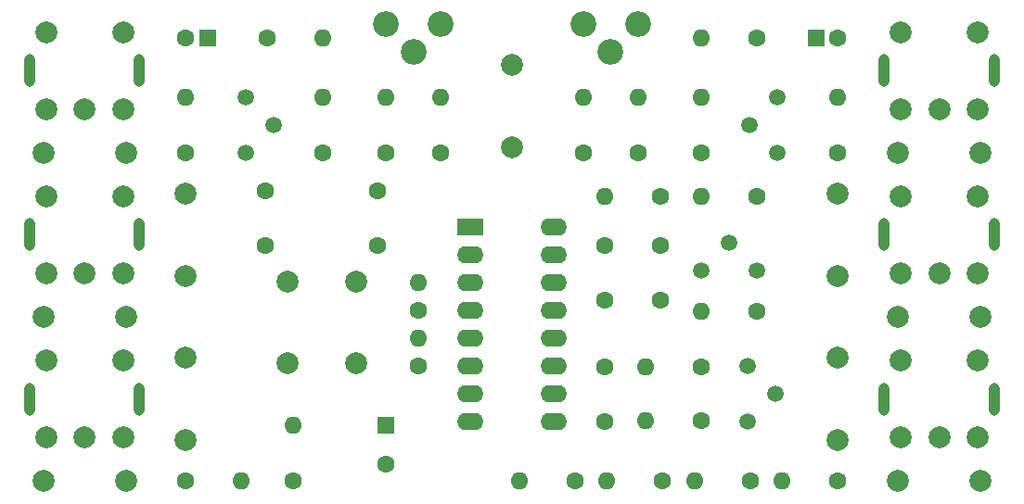
<source format=gts>
G04 #@! TF.GenerationSoftware,KiCad,Pcbnew,(6.0.10)*
G04 #@! TF.CreationDate,2023-06-11T02:10:44+02:00*
G04 #@! TF.ProjectId,Stereo-Decoder-Modul,53746572-656f-42d4-9465-636f6465722d,rev?*
G04 #@! TF.SameCoordinates,Original*
G04 #@! TF.FileFunction,Soldermask,Top*
G04 #@! TF.FilePolarity,Negative*
%FSLAX46Y46*%
G04 Gerber Fmt 4.6, Leading zero omitted, Abs format (unit mm)*
G04 Created by KiCad (PCBNEW (6.0.10)) date 2023-06-11 02:10:44*
%MOMM*%
%LPD*%
G01*
G04 APERTURE LIST*
%ADD10C,1.600000*%
%ADD11O,1.600000X1.600000*%
%ADD12C,2.000000*%
%ADD13O,1.000000X3.000000*%
%ADD14R,1.600000X1.600000*%
%ADD15C,1.500000*%
%ADD16R,2.400000X1.600000*%
%ADD17O,2.400000X1.600000*%
%ADD18C,2.340000*%
G04 APERTURE END LIST*
D10*
X99000000Y-60750000D03*
D11*
X99000000Y-55670000D03*
D10*
X84000000Y-75120000D03*
D11*
X84000000Y-72580000D03*
D10*
X109765000Y-80280000D03*
D11*
X104685000Y-80280000D03*
D10*
X80250000Y-69250000D03*
X80250000Y-64250000D03*
X62750000Y-90750000D03*
D11*
X67830000Y-90750000D03*
D10*
X86000000Y-60750000D03*
D11*
X86000000Y-55670000D03*
D12*
X72000000Y-80000000D03*
X72000000Y-72500000D03*
X128000000Y-71750000D03*
X135000000Y-71750000D03*
X131500000Y-71750000D03*
X128000000Y-64750000D03*
X135000000Y-64750000D03*
D13*
X136500000Y-68250000D03*
X126500000Y-68250000D03*
D10*
X75250000Y-60750000D03*
D11*
X75250000Y-55670000D03*
D10*
X114830000Y-50250000D03*
D11*
X109750000Y-50250000D03*
D10*
X114250000Y-90750000D03*
D11*
X109170000Y-90750000D03*
D10*
X106250000Y-90750000D03*
D11*
X101170000Y-90750000D03*
D14*
X120250000Y-50250000D03*
D10*
X122250000Y-50250000D03*
D12*
X62750000Y-79500000D03*
X62750000Y-87000000D03*
D10*
X81000000Y-60750000D03*
D11*
X81000000Y-55670000D03*
D15*
X114000000Y-80210000D03*
X116540000Y-82750000D03*
X114000000Y-85290000D03*
D12*
X127750000Y-75750000D03*
X135250000Y-75750000D03*
D10*
X109765000Y-85250000D03*
D11*
X104685000Y-85250000D03*
D12*
X127750000Y-90750000D03*
X135250000Y-90750000D03*
D16*
X88675000Y-67500000D03*
D17*
X88675000Y-70040000D03*
X88675000Y-72580000D03*
X88675000Y-75120000D03*
X88675000Y-77660000D03*
X88675000Y-80200000D03*
X88675000Y-82740000D03*
X88675000Y-85280000D03*
X96295000Y-85280000D03*
X96295000Y-82740000D03*
X96295000Y-80200000D03*
X96295000Y-77660000D03*
X96295000Y-75120000D03*
X96295000Y-72580000D03*
X96295000Y-70040000D03*
X96295000Y-67500000D03*
D12*
X122250000Y-87000000D03*
X122250000Y-79500000D03*
D18*
X104000000Y-49000000D03*
X101500000Y-51500000D03*
X99000000Y-49000000D03*
D10*
X62750000Y-60750000D03*
D11*
X62750000Y-55670000D03*
D10*
X72500000Y-90750000D03*
D11*
X72500000Y-85670000D03*
D12*
X128000000Y-86750000D03*
X135000000Y-86750000D03*
X131500000Y-86750000D03*
X128000000Y-79750000D03*
X135000000Y-79750000D03*
D13*
X136500000Y-83250000D03*
X126500000Y-83250000D03*
D15*
X68250000Y-55670000D03*
X70790000Y-58210000D03*
X68250000Y-60750000D03*
D10*
X109750000Y-60750000D03*
D11*
X109750000Y-55670000D03*
D10*
X98250000Y-90750000D03*
D11*
X93170000Y-90750000D03*
D10*
X70000000Y-69250000D03*
X70000000Y-64250000D03*
D14*
X81000000Y-85670000D03*
D10*
X81000000Y-89170000D03*
D12*
X50000000Y-56750000D03*
X57000000Y-56750000D03*
X53500000Y-56750000D03*
X50000000Y-49750000D03*
X57000000Y-49750000D03*
D13*
X58500000Y-53250000D03*
X48500000Y-53250000D03*
D12*
X127750000Y-60750000D03*
X135250000Y-60750000D03*
X128000000Y-56750000D03*
X135000000Y-56750000D03*
X131500000Y-56750000D03*
X128000000Y-49750000D03*
X135000000Y-49750000D03*
D13*
X126500000Y-53250000D03*
X136500000Y-53250000D03*
D10*
X106065000Y-69250000D03*
X106065000Y-74250000D03*
D12*
X49750000Y-75750000D03*
X57250000Y-75750000D03*
D10*
X106065000Y-64750000D03*
D11*
X100985000Y-64750000D03*
D18*
X86000000Y-49000000D03*
X83500000Y-51500000D03*
X81000000Y-49000000D03*
D10*
X101000000Y-74250000D03*
X101000000Y-69250000D03*
X122250000Y-60750000D03*
D11*
X122250000Y-55670000D03*
D10*
X114845000Y-75250000D03*
D11*
X109765000Y-75250000D03*
D12*
X62750000Y-64500000D03*
X62750000Y-72000000D03*
D14*
X64750000Y-50250000D03*
D10*
X62750000Y-50250000D03*
X101000000Y-85280000D03*
X101000000Y-80280000D03*
D12*
X92500000Y-60250000D03*
X92500000Y-52750000D03*
D10*
X114845000Y-64750000D03*
D11*
X109765000Y-64750000D03*
D12*
X49750000Y-90750000D03*
X57250000Y-90750000D03*
D15*
X116750000Y-60750000D03*
X114210000Y-58210000D03*
X116750000Y-55670000D03*
D12*
X50000000Y-71750000D03*
X57000000Y-71750000D03*
X53500000Y-71750000D03*
X50000000Y-64750000D03*
X57000000Y-64750000D03*
D13*
X58500000Y-68250000D03*
X48500000Y-68250000D03*
D10*
X122250000Y-90750000D03*
D11*
X117170000Y-90750000D03*
D10*
X84000000Y-80200000D03*
D11*
X84000000Y-77660000D03*
D15*
X109765000Y-71520000D03*
X112305000Y-68980000D03*
X114845000Y-71520000D03*
D10*
X104000000Y-60750000D03*
D11*
X104000000Y-55670000D03*
D10*
X70170000Y-50250000D03*
D11*
X75250000Y-50250000D03*
D12*
X122250000Y-72000000D03*
X122250000Y-64500000D03*
X78250000Y-72500000D03*
X78250000Y-80000000D03*
X50000000Y-86750000D03*
X57000000Y-86750000D03*
X53500000Y-86750000D03*
X50000000Y-79750000D03*
X57000000Y-79750000D03*
D13*
X48500000Y-83250000D03*
X58500000Y-83250000D03*
D12*
X49750000Y-60750000D03*
X57250000Y-60750000D03*
M02*

</source>
